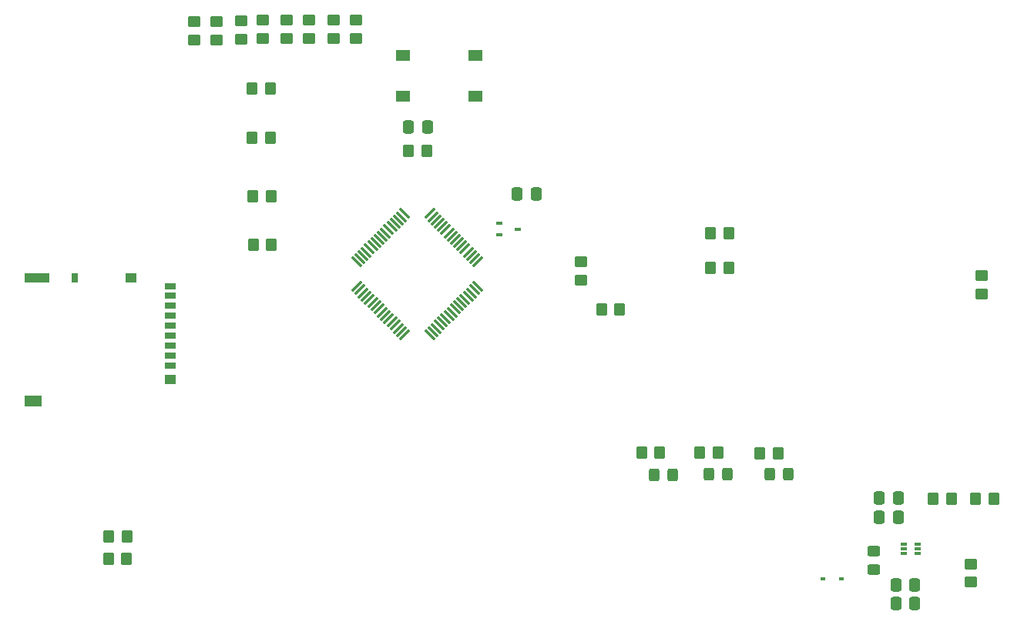
<source format=gbr>
%TF.GenerationSoftware,KiCad,Pcbnew,(6.0.4)*%
%TF.CreationDate,2023-03-10T14:52:47-05:00*%
%TF.ProjectId,cc_pcbRedo,63635f70-6362-4526-9564-6f2e6b696361,rev?*%
%TF.SameCoordinates,Original*%
%TF.FileFunction,Paste,Top*%
%TF.FilePolarity,Positive*%
%FSLAX46Y46*%
G04 Gerber Fmt 4.6, Leading zero omitted, Abs format (unit mm)*
G04 Created by KiCad (PCBNEW (6.0.4)) date 2023-03-10 14:52:47*
%MOMM*%
%LPD*%
G01*
G04 APERTURE LIST*
G04 Aperture macros list*
%AMRoundRect*
0 Rectangle with rounded corners*
0 $1 Rounding radius*
0 $2 $3 $4 $5 $6 $7 $8 $9 X,Y pos of 4 corners*
0 Add a 4 corners polygon primitive as box body*
4,1,4,$2,$3,$4,$5,$6,$7,$8,$9,$2,$3,0*
0 Add four circle primitives for the rounded corners*
1,1,$1+$1,$2,$3*
1,1,$1+$1,$4,$5*
1,1,$1+$1,$6,$7*
1,1,$1+$1,$8,$9*
0 Add four rect primitives between the rounded corners*
20,1,$1+$1,$2,$3,$4,$5,0*
20,1,$1+$1,$4,$5,$6,$7,0*
20,1,$1+$1,$6,$7,$8,$9,0*
20,1,$1+$1,$8,$9,$2,$3,0*%
G04 Aperture macros list end*
%ADD10RoundRect,0.250000X0.350000X0.450000X-0.350000X0.450000X-0.350000X-0.450000X0.350000X-0.450000X0*%
%ADD11RoundRect,0.250000X-0.450000X0.350000X-0.450000X-0.350000X0.450000X-0.350000X0.450000X0.350000X0*%
%ADD12RoundRect,0.250000X-0.337500X-0.475000X0.337500X-0.475000X0.337500X0.475000X-0.337500X0.475000X0*%
%ADD13RoundRect,0.250000X0.337500X0.475000X-0.337500X0.475000X-0.337500X-0.475000X0.337500X-0.475000X0*%
%ADD14RoundRect,0.250000X-0.325000X-0.450000X0.325000X-0.450000X0.325000X0.450000X-0.325000X0.450000X0*%
%ADD15RoundRect,0.250000X-0.350000X-0.450000X0.350000X-0.450000X0.350000X0.450000X-0.350000X0.450000X0*%
%ADD16RoundRect,0.075000X0.441942X0.548008X-0.548008X-0.441942X-0.441942X-0.548008X0.548008X0.441942X0*%
%ADD17RoundRect,0.075000X-0.441942X0.548008X-0.548008X0.441942X0.441942X-0.548008X0.548008X-0.441942X0*%
%ADD18RoundRect,0.250000X-0.450000X0.325000X-0.450000X-0.325000X0.450000X-0.325000X0.450000X0.325000X0*%
%ADD19R,0.700000X0.340000*%
%ADD20RoundRect,0.250000X0.450000X-0.350000X0.450000X0.350000X-0.450000X0.350000X-0.450000X-0.350000X0*%
%ADD21R,1.200000X0.700000*%
%ADD22R,0.800000X1.000000*%
%ADD23R,1.900000X1.300000*%
%ADD24R,1.200000X1.000000*%
%ADD25R,2.800000X1.000000*%
%ADD26R,0.600000X0.450000*%
%ADD27R,0.700000X0.450000*%
%ADD28R,1.550000X1.300000*%
G04 APERTURE END LIST*
D10*
%TO.C,R18*%
X106359200Y-73329800D03*
X104359200Y-73329800D03*
%TD*%
D11*
%TO.C,R7*%
X100330000Y-48733200D03*
X100330000Y-50733200D03*
%TD*%
D12*
%TO.C,C11*%
X174982493Y-110744000D03*
X177057493Y-110744000D03*
%TD*%
D13*
%TO.C,C8*%
X123507512Y-60330004D03*
X121432512Y-60330004D03*
%TD*%
D14*
%TO.C,D2*%
X154381192Y-98552000D03*
X156431192Y-98552000D03*
%TD*%
D15*
%TO.C,R24*%
X179076602Y-101219000D03*
X181076602Y-101219000D03*
%TD*%
D11*
%TO.C,R9*%
X105410000Y-48606200D03*
X105410000Y-50606200D03*
%TD*%
D16*
%TO.C,U6*%
X129032842Y-75159443D03*
X128679289Y-74805890D03*
X128325736Y-74452337D03*
X127972182Y-74098783D03*
X127618629Y-73745230D03*
X127265075Y-73391676D03*
X126911522Y-73038123D03*
X126557969Y-72684570D03*
X126204415Y-72331016D03*
X125850862Y-71977463D03*
X125497309Y-71623910D03*
X125143755Y-71270356D03*
X124790202Y-70916803D03*
X124436648Y-70563249D03*
X124083095Y-70209696D03*
X123729542Y-69856143D03*
D17*
X121007180Y-69856143D03*
X120653627Y-70209696D03*
X120300074Y-70563249D03*
X119946520Y-70916803D03*
X119592967Y-71270356D03*
X119239413Y-71623910D03*
X118885860Y-71977463D03*
X118532307Y-72331016D03*
X118178753Y-72684570D03*
X117825200Y-73038123D03*
X117471647Y-73391676D03*
X117118093Y-73745230D03*
X116764540Y-74098783D03*
X116410986Y-74452337D03*
X116057433Y-74805890D03*
X115703880Y-75159443D03*
D16*
X115703880Y-77881805D03*
X116057433Y-78235358D03*
X116410986Y-78588911D03*
X116764540Y-78942465D03*
X117118093Y-79296018D03*
X117471647Y-79649572D03*
X117825200Y-80003125D03*
X118178753Y-80356678D03*
X118532307Y-80710232D03*
X118885860Y-81063785D03*
X119239413Y-81417338D03*
X119592967Y-81770892D03*
X119946520Y-82124445D03*
X120300074Y-82477999D03*
X120653627Y-82831552D03*
X121007180Y-83185105D03*
D17*
X123729542Y-83185105D03*
X124083095Y-82831552D03*
X124436648Y-82477999D03*
X124790202Y-82124445D03*
X125143755Y-81770892D03*
X125497309Y-81417338D03*
X125850862Y-81063785D03*
X126204415Y-80710232D03*
X126557969Y-80356678D03*
X126911522Y-80003125D03*
X127265075Y-79649572D03*
X127618629Y-79296018D03*
X127972182Y-78942465D03*
X128325736Y-78588911D03*
X128679289Y-78235358D03*
X129032842Y-77881805D03*
%TD*%
D11*
%TO.C,R10*%
X108026200Y-48580800D03*
X108026200Y-50580800D03*
%TD*%
%TO.C,R6*%
X97840800Y-48758600D03*
X97840800Y-50758600D03*
%TD*%
%TO.C,R11*%
X110515400Y-48606200D03*
X110515400Y-50606200D03*
%TD*%
D15*
%TO.C,R4*%
X147031200Y-96139000D03*
X149031200Y-96139000D03*
%TD*%
D11*
%TO.C,R29*%
X184409994Y-76710005D03*
X184409994Y-78710005D03*
%TD*%
%TO.C,R8*%
X103022400Y-48682400D03*
X103022400Y-50682400D03*
%TD*%
D10*
%TO.C,R15*%
X106202406Y-56134000D03*
X104202406Y-56134000D03*
%TD*%
D14*
%TO.C,D3*%
X148428600Y-98602800D03*
X150478600Y-98602800D03*
%TD*%
D10*
%TO.C,R25*%
X144637000Y-80416400D03*
X142637000Y-80416400D03*
%TD*%
D18*
%TO.C,L2*%
X172500011Y-106995002D03*
X172500011Y-109045002D03*
%TD*%
D15*
%TO.C,R3*%
X153422602Y-96189800D03*
X155422602Y-96189800D03*
%TD*%
D10*
%TO.C,R16*%
X106211804Y-61544200D03*
X104211804Y-61544200D03*
%TD*%
D12*
%TO.C,C13*%
X173162507Y-103301800D03*
X175237507Y-103301800D03*
%TD*%
%TO.C,C14*%
X173162507Y-101117400D03*
X175237507Y-101117400D03*
%TD*%
D15*
%TO.C,R5*%
X121430007Y-62959996D03*
X123430007Y-62959996D03*
%TD*%
D19*
%TO.C,U8*%
X175830789Y-106256201D03*
X175830800Y-106756200D03*
X175830800Y-107256200D03*
X177330800Y-107256200D03*
X177330811Y-106756200D03*
X177330800Y-106256200D03*
%TD*%
D20*
%TO.C,R27*%
X140329996Y-77149987D03*
X140329996Y-75149987D03*
%TD*%
D10*
%TO.C,R17*%
X106333800Y-67995800D03*
X104333800Y-67995800D03*
%TD*%
D21*
%TO.C,J2*%
X95254594Y-86539603D03*
X95254594Y-85439603D03*
X95254594Y-84339603D03*
X95254594Y-83239603D03*
X95254594Y-82139603D03*
X95254594Y-81039603D03*
X95254594Y-79939603D03*
X95254594Y-78839603D03*
X95254594Y-77889603D03*
D22*
X84754594Y-76939603D03*
D23*
X80154594Y-90439603D03*
D24*
X90954594Y-76939603D03*
D25*
X80604594Y-76939603D03*
D24*
X95254594Y-88089603D03*
%TD*%
D15*
%TO.C,R1*%
X88433400Y-107873800D03*
X90433400Y-107873800D03*
%TD*%
%TO.C,R2*%
X160036000Y-96215200D03*
X162036000Y-96215200D03*
%TD*%
D11*
%TO.C,R13*%
X115671600Y-48606200D03*
X115671600Y-50606200D03*
%TD*%
D15*
%TO.C,R23*%
X183743598Y-101269800D03*
X185743598Y-101269800D03*
%TD*%
D11*
%TO.C,R12*%
X113157000Y-48580800D03*
X113157000Y-50580800D03*
%TD*%
D10*
%TO.C,R30*%
X90458800Y-105359200D03*
X88458800Y-105359200D03*
%TD*%
D12*
%TO.C,C12*%
X174984500Y-112750600D03*
X177059500Y-112750600D03*
%TD*%
D26*
%TO.C,D16*%
X166920200Y-110032800D03*
X169020200Y-110032800D03*
%TD*%
D27*
%TO.C,U10*%
X131410200Y-70927200D03*
X131410200Y-72227200D03*
X133410200Y-71577200D03*
%TD*%
D10*
%TO.C,R22*%
X156600400Y-75819000D03*
X154600400Y-75819000D03*
%TD*%
D14*
%TO.C,D1*%
X161103200Y-98552000D03*
X163153200Y-98552000D03*
%TD*%
D28*
%TO.C,SW1*%
X128795600Y-52436200D03*
X120835600Y-52436200D03*
X128795600Y-56936200D03*
X120835600Y-56936200D03*
%TD*%
D20*
%TO.C,R26*%
X183235600Y-110397800D03*
X183235600Y-108397800D03*
%TD*%
D15*
%TO.C,R21*%
X154600400Y-72059800D03*
X156600400Y-72059800D03*
%TD*%
D13*
%TO.C,C19*%
X135428900Y-67716400D03*
X133353900Y-67716400D03*
%TD*%
M02*

</source>
